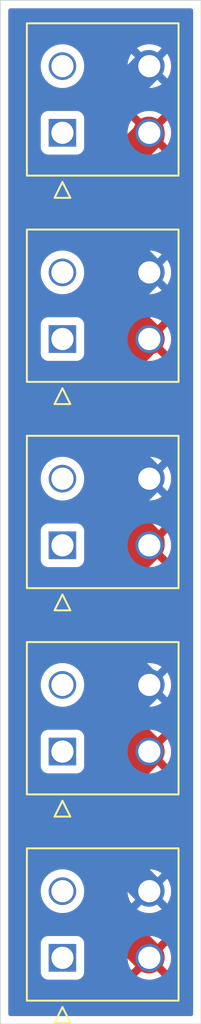
<source format=kicad_pcb>
(kicad_pcb (version 20241229) (generator "pcbnew") (generator_version "9.0")
  (layers (0 "F.Cu" signal) (2 "B.Cu" signal) (13 "F.Paste" user) (15 "B.Paste" user) (5 "F.SilkS" user "F.Silkscreen") (7 "B.SilkS" user "B.Silkscreen") (1 "F.Mask" user) (3 "B.Mask" user) (25 "Edge.Cuts" user))
  (net 0 "")
  (net 11 "/GND")
  (net 12 "/POW")
  (footprint "Molex_MiniFitJr_2x2_PCB:Molex_MiniFitJr_2x2_PCB" (layer "F.Cu") (at 135.5 76 90)
    (property "Reference" "J3" (hide yes))
    (property "Value" "39-28-1043" (hide yes))
    (fp_line (start 6.9 -2.25) (end 6.9 7.35) (stroke (width 0.127)) (layer "F.SilkS"))
    (fp_line (start -2.7 -2.25) (end 6.9 -2.25) (stroke (width 0.127)) (layer "F.SilkS"))
    (fp_line (start -4.1 -0.5) (end -3.1 0) (stroke (width 0.127)) (layer "F.SilkS"))
    (fp_line (start -3.1 0) (end -4.1 0.5) (stroke (width 0.127)) (layer "F.SilkS"))
    (fp_line (start -4.1 0.5) (end -4.1 -0.5) (stroke (width 0.127)) (layer "F.SilkS"))
    (fp_line (start 6.9 7.35) (end -2.7 7.35) (stroke (width 0.127)) (layer "F.SilkS"))
    (fp_line (start -2.7 7.35) (end -2.7 -2.25) (stroke (width 0.127)) (layer "F.SilkS"))
    (pad "1" thru_hole rect (at 0 0 90) (size 1.75 1.75) (drill 1.4) (layers "*.Cu" "*.Mask"))
    (pad "2" thru_hole circle (at 4.2 0 90) (size 1.75 1.75) (drill 1.4) (layers "*.Cu" "*.Mask"))
    (pad "3" thru_hole circle (at 0 5.5 90) (size 1.75 1.75) (drill 1.4) (layers "*.Cu" "*.Mask") (net 12 "/POW"))
    (pad "4" thru_hole circle (at 4.2 5.5 90) (size 1.75 1.75) (drill 1.4) (layers "*.Cu" "*.Mask") (net 11 "/GND"))
  )
  (footprint "Molex_MiniFitJr_2x2_PCB:Molex_MiniFitJr_2x2_PCB" (layer "F.Cu") (at 135.5 89 90)
    (property "Reference" "J4" (hide yes))
    (property "Value" "39-28-1043" (hide yes))
    (fp_line (start 6.9 -2.25) (end 6.9 7.35) (stroke (width 0.127)) (layer "F.SilkS"))
    (fp_line (start -2.7 -2.25) (end 6.9 -2.25) (stroke (width 0.127)) (layer "F.SilkS"))
    (fp_line (start -4.1 -0.5) (end -3.1 0) (stroke (width 0.127)) (layer "F.SilkS"))
    (fp_line (start -3.1 0) (end -4.1 0.5) (stroke (width 0.127)) (layer "F.SilkS"))
    (fp_line (start -4.1 0.5) (end -4.1 -0.5) (stroke (width 0.127)) (layer "F.SilkS"))
    (fp_line (start 6.9 7.35) (end -2.7 7.35) (stroke (width 0.127)) (layer "F.SilkS"))
    (fp_line (start -2.7 7.35) (end -2.7 -2.25) (stroke (width 0.127)) (layer "F.SilkS"))
    (pad "1" thru_hole rect (at 0 0 90) (size 1.75 1.75) (drill 1.4) (layers "*.Cu" "*.Mask"))
    (pad "2" thru_hole circle (at 4.2 0 90) (size 1.75 1.75) (drill 1.4) (layers "*.Cu" "*.Mask"))
    (pad "3" thru_hole circle (at 0 5.5 90) (size 1.75 1.75) (drill 1.4) (layers "*.Cu" "*.Mask") (net 12 "/POW"))
    (pad "4" thru_hole circle (at 4.2 5.5 90) (size 1.75 1.75) (drill 1.4) (layers "*.Cu" "*.Mask") (net 11 "/GND"))
  )
  (footprint "Molex_MiniFitJr_2x2_PCB:Molex_MiniFitJr_2x2_PCB" (layer "F.Cu") (at 135.5 102 90)
    (property "Reference" "J5" (hide yes))
    (property "Value" "39-28-1043" (hide yes))
    (fp_line (start 6.9 -2.25) (end 6.9 7.35) (stroke (width 0.127)) (layer "F.SilkS"))
    (fp_line (start -2.7 -2.25) (end 6.9 -2.25) (stroke (width 0.127)) (layer "F.SilkS"))
    (fp_line (start -4.1 -0.5) (end -3.1 0) (stroke (width 0.127)) (layer "F.SilkS"))
    (fp_line (start -3.1 0) (end -4.1 0.5) (stroke (width 0.127)) (layer "F.SilkS"))
    (fp_line (start -4.1 0.5) (end -4.1 -0.5) (stroke (width 0.127)) (layer "F.SilkS"))
    (fp_line (start 6.9 7.35) (end -2.7 7.35) (stroke (width 0.127)) (layer "F.SilkS"))
    (fp_line (start -2.7 7.35) (end -2.7 -2.25) (stroke (width 0.127)) (layer "F.SilkS"))
    (pad "1" thru_hole rect (at 0 0 90) (size 1.75 1.75) (drill 1.4) (layers "*.Cu" "*.Mask"))
    (pad "2" thru_hole circle (at 4.2 0 90) (size 1.75 1.75) (drill 1.4) (layers "*.Cu" "*.Mask"))
    (pad "3" thru_hole circle (at 0 5.5 90) (size 1.75 1.75) (drill 1.4) (layers "*.Cu" "*.Mask") (net 12 "/POW"))
    (pad "4" thru_hole circle (at 4.2 5.5 90) (size 1.75 1.75) (drill 1.4) (layers "*.Cu" "*.Mask") (net 11 "/GND"))
  )
  (footprint "Molex_MiniFitJr_2x2_PCB:Molex_MiniFitJr_2x2_PCB" (layer "F.Cu") (at 135.5 63 90)
    (property "Reference" "J2" (hide yes))
    (property "Value" "39-28-1043" (hide yes))
    (fp_line (start 6.9 -2.25) (end 6.9 7.35) (stroke (width 0.127)) (layer "F.SilkS"))
    (fp_line (start -2.7 -2.25) (end 6.9 -2.25) (stroke (width 0.127)) (layer "F.SilkS"))
    (fp_line (start -4.1 -0.5) (end -3.1 0) (stroke (width 0.127)) (layer "F.SilkS"))
    (fp_line (start -3.1 0) (end -4.1 0.5) (stroke (width 0.127)) (layer "F.SilkS"))
    (fp_line (start -4.1 0.5) (end -4.1 -0.5) (stroke (width 0.127)) (layer "F.SilkS"))
    (fp_line (start 6.9 7.35) (end -2.7 7.35) (stroke (width 0.127)) (layer "F.SilkS"))
    (fp_line (start -2.7 7.35) (end -2.7 -2.25) (stroke (width 0.127)) (layer "F.SilkS"))
    (pad "1" thru_hole rect (at 0 0 90) (size 1.75 1.75) (drill 1.4) (layers "*.Cu" "*.Mask"))
    (pad "2" thru_hole circle (at 4.2 0 90) (size 1.75 1.75) (drill 1.4) (layers "*.Cu" "*.Mask"))
    (pad "3" thru_hole circle (at 0 5.5 90) (size 1.75 1.75) (drill 1.4) (layers "*.Cu" "*.Mask") (net 12 "/POW"))
    (pad "4" thru_hole circle (at 4.2 5.5 90) (size 1.75 1.75) (drill 1.4) (layers "*.Cu" "*.Mask") (net 11 "/GND"))
  )
  (footprint "Molex_MiniFitJr_2x2_PCB:Molex_MiniFitJr_2x2_PCB" (layer "F.Cu") (at 135.5 50 90)
    (property "Reference" "J1" (hide yes))
    (property "Value" "39-28-1043" (hide yes))
    (fp_line (start 6.9 -2.25) (end 6.9 7.35) (stroke (width 0.127)) (layer "F.SilkS"))
    (fp_line (start -2.7 -2.25) (end 6.9 -2.25) (stroke (width 0.127)) (layer "F.SilkS"))
    (fp_line (start -4.1 -0.5) (end -3.1 0) (stroke (width 0.127)) (layer "F.SilkS"))
    (fp_line (start -3.1 0) (end -4.1 0.5) (stroke (width 0.127)) (layer "F.SilkS"))
    (fp_line (start -4.1 0.5) (end -4.1 -0.5) (stroke (width 0.127)) (layer "F.SilkS"))
    (fp_line (start 6.9 7.35) (end -2.7 7.35) (stroke (width 0.127)) (layer "F.SilkS"))
    (fp_line (start -2.7 7.35) (end -2.7 -2.25) (stroke (width 0.127)) (layer "F.SilkS"))
    (pad "1" thru_hole rect (at 0 0 90) (size 1.75 1.75) (drill 1.4) (layers "*.Cu" "*.Mask"))
    (pad "2" thru_hole circle (at 4.2 0 90) (size 1.75 1.75) (drill 1.4) (layers "*.Cu" "*.Mask"))
    (pad "3" thru_hole circle (at 0 5.5 90) (size 1.75 1.75) (drill 1.4) (layers "*.Cu" "*.Mask") (net 12 "/POW"))
    (pad "4" thru_hole circle (at 4.2 5.5 90) (size 1.75 1.75) (drill 1.4) (layers "*.Cu" "*.Mask") (net 11 "/GND"))
  )
  (gr_line (start 144.272 106.172) (end 131.572 106.172) (stroke (width 0.05)) (layer "Edge.Cuts"))
  (gr_line (start 131.572 41.656) (end 144.272 41.656) (stroke (width 0.05)) (layer "Edge.Cuts"))
  (gr_line (start 144.272 41.656) (end 144.272 106.172) (stroke (width 0.05)) (layer "Edge.Cuts"))
  (gr_line (start 131.572 106.172) (end 131.572 41.656) (stroke (width 0.05)) (layer "Edge.Cuts"))
  (segment (start 138.294 84.817) (end 138.33 84.781) (width 2) (layer "B.Cu") (net 11))
  (segment (start 138.294 58.909) (end 138.294 61.957) (width 2) (layer "B.Cu") (net 11))
  (segment (start 138.294 95.105) (end 140.97 97.781) (width 2) (layer "B.Cu") (net 11))
  (segment (start 140.97 71.781) (end 140.97 71.745) (width 2) (layer "B.Cu") (net 11))
  (segment (start 138.294 87.457) (end 138.294 87.865) (width 2) (layer "B.Cu") (net 11))
  (segment (start 138.294 48.457) (end 138.294 55.353) (width 2) (layer "B.Cu") (net 11))
  (segment (start 138.294 71.609) (end 138.294 75.165) (width 2) (layer "B.Cu") (net 11))
  (segment (start 140.97 71.745) (end 138.294 69.069) (width 2) (layer "B.Cu") (net 11))
  (segment (start 138.294 56.105) (end 138.294 55.353) (width 2) (layer "B.Cu") (net 11))
  (segment (start 140.97 58.781) (end 138.294 61.457) (width 2) (layer "B.Cu") (net 11))
  (segment (start 138.33 84.781) (end 140.97 84.781) (width 2) (layer "B.Cu") (net 11))
  (segment (start 138.294 58.909) (end 138.422 58.781) (width 2) (layer "B.Cu") (net 11))
  (segment (start 138.422 58.781) (end 140.97 58.781) (width 2) (layer "B.Cu") (net 11))
  (segment (start 138.294 61.457) (end 138.294 61.957) (width 2) (layer "B.Cu") (net 11))
  (segment (start 140.798 84.781) (end 138.294 82.277) (width 2) (layer "B.Cu") (net 11))
  (segment (start 138.294 69.069) (end 138.294 71.609) (width 2) (layer "B.Cu") (net 11))
  (segment (start 140.97 84.781) (end 138.294 87.457) (width 2) (layer "B.Cu") (net 11))
  (segment (start 138.294 55.353) (end 138.294 58.909) (width 2) (layer "B.Cu") (net 11))
  (segment (start 138.294 61.957) (end 138.294 69.069) (width 2) (layer "B.Cu") (net 11))
  (segment (start 140.97 71.781) (end 138.294 74.457) (width 2) (layer "B.Cu") (net 11))
  (segment (start 138.294 87.865) (end 138.294 95.105) (width 2) (layer "B.Cu") (net 11))
  (segment (start 140.97 58.781) (end 138.294 56.105) (width 2) (layer "B.Cu") (net 11))
  (segment (start 140.97 84.781) (end 140.798 84.781) (width 2) (layer "B.Cu") (net 11))
  (segment (start 138.294 84.817) (end 138.294 87.865) (width 2) (layer "B.Cu") (net 11))
  (segment (start 138.294 75.165) (end 138.294 82.277) (width 2) (layer "B.Cu") (net 11))
  (segment (start 138.466 71.781) (end 140.97 71.781) (width 2) (layer "B.Cu") (net 11))
  (segment (start 138.294 71.609) (end 138.466 71.781) (width 2) (layer "B.Cu") (net 11))
  (segment (start 140.97 45.781) (end 138.294 48.457) (width 2) (layer "B.Cu") (net 11))
  (segment (start 138.294 74.457) (end 138.294 75.165) (width 2) (layer "B.Cu") (net 11))
  (segment (start 138.294 82.277) (end 138.294 84.817) (width 2) (layer "B.Cu") (net 11))
  (segment (start 140.97 75.809) (end 138.294 73.133) (width 2) (layer "F.Cu") (net 12))
  (segment (start 138.294 88.881) (end 140.87 88.881) (width 2) (layer "F.Cu") (net 12))
  (segment (start 140.97 62.981) (end 138.294 60.305) (width 2) (layer "F.Cu") (net 12))
  (segment (start 138.294 93.453) (end 138.294 99.305) (width 2) (layer "F.Cu") (net 12))
  (segment (start 140.97 62.981) (end 140.826 62.981) (width 2) (layer "F.Cu") (net 12))
  (segment (start 140.97 88.981) (end 138.294 91.657) (width 2) (layer "F.Cu") (net 12))
  (segment (start 138.294 76.181) (end 140.77 76.181) (width 2) (layer "F.Cu") (net 12))
  (segment (start 140.826 62.981) (end 138.294 65.513) (width 2) (layer "F.Cu") (net 12))
  (segment (start 138.294 65.513) (end 138.294 73.133) (width 2) (layer "F.Cu") (net 12))
  (segment (start 140.97 75.981) (end 138.294 78.657) (width 2) (layer "F.Cu") (net 12))
  (segment (start 138.294 91.657) (end 138.294 93.453) (width 2) (layer "F.Cu") (net 12))
  (segment (start 138.294 52.813) (end 138.294 59.417) (width 2) (layer "F.Cu") (net 12))
  (segment (start 138.294 62.973) (end 140.962 62.973) (width 2) (layer "F.Cu") (net 12))
  (segment (start 140.97 50.137) (end 138.294 52.813) (width 2) (layer "F.Cu") (net 12))
  (segment (start 138.294 60.305) (end 138.294 59.417) (width 2) (layer "F.Cu") (net 12))
  (segment (start 138.294 79.229) (end 138.294 85.833) (width 2) (layer "F.Cu") (net 12))
  (segment (start 140.97 49.981) (end 140.97 50.137) (width 2) (layer "F.Cu") (net 12))
  (segment (start 138.294 86.305) (end 138.294 85.833) (width 2) (layer "F.Cu") (net 12))
  (segment (start 138.294 99.305) (end 140.97 101.981) (width 2) (layer "F.Cu") (net 12))
  (segment (start 138.294 85.833) (end 138.294 88.881) (width 2) (layer "F.Cu") (net 12))
  (segment (start 140.77 76.181) (end 140.97 75.981) (width 2) (layer "F.Cu") (net 12))
  (segment (start 138.294 76.181) (end 138.294 79.229) (width 2) (layer "F.Cu") (net 12))
  (segment (start 140.962 62.973) (end 140.97 62.981) (width 2) (layer "F.Cu") (net 12))
  (segment (start 138.294 78.657) (end 138.294 79.229) (width 2) (layer "F.Cu") (net 12))
  (segment (start 138.294 88.881) (end 138.294 93.453) (width 2) (layer "F.Cu") (net 12))
  (segment (start 140.97 75.981) (end 140.97 75.809) (width 2) (layer "F.Cu") (net 12))
  (segment (start 140.97 88.981) (end 138.294 86.305) (width 2) (layer "F.Cu") (net 12))
  (segment (start 138.294 62.973) (end 138.294 65.513) (width 2) (layer "F.Cu") (net 12))
  (segment (start 138.294 73.133) (end 138.294 76.181) (width 2) (layer "F.Cu") (net 12))
  (segment (start 138.294 59.417) (end 138.294 62.973) (width 2) (layer "F.Cu") (net 12))
  (segment (start 140.87 88.881) (end 140.97 88.981) (width 2) (layer "F.Cu") (net 12))
  (zone (net 12) (net_name "/POW") (layer "F.Cu") (connect_pads (clearance 0.5)) (min_thickness 0.25) (fill yes (thermal_gap 0.5) (thermal_bridge_width 0.5) (island_removal_mode 2) (island_area_min 10))
    (polygon (pts (xy 131.572 41.656) (xy 131.572 106.172) (xy 144.272 106.172) (xy 144.272 41.656)))
  )
  (zone (net 11) (net_name "/GND") (layer "B.Cu") (priority 1) (connect_pads (clearance 0.5)) (min_thickness 0.25) (fill yes (thermal_gap 0.5) (thermal_bridge_width 0.5) (island_removal_mode 2) (island_area_min 10))
    (polygon (pts (xy 131.572 41.656) (xy 131.572 106.172) (xy 144.272 106.172) (xy 144.272 41.656)))
  )
)
</source>
